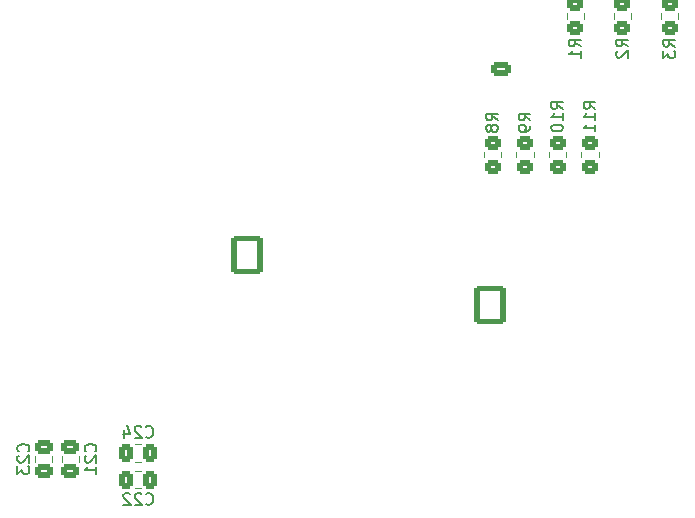
<source format=gbo>
%TF.GenerationSoftware,KiCad,Pcbnew,8.0.0*%
%TF.CreationDate,2024-03-16T12:32:22-04:00*%
%TF.ProjectId,AMP_PCBv3,414d505f-5043-4427-9633-2e6b69636164,A*%
%TF.SameCoordinates,Original*%
%TF.FileFunction,Legend,Bot*%
%TF.FilePolarity,Positive*%
%FSLAX46Y46*%
G04 Gerber Fmt 4.6, Leading zero omitted, Abs format (unit mm)*
G04 Created by KiCad (PCBNEW 8.0.0) date 2024-03-16 12:32:22*
%MOMM*%
%LPD*%
G01*
G04 APERTURE LIST*
G04 Aperture macros list*
%AMRoundRect*
0 Rectangle with rounded corners*
0 $1 Rounding radius*
0 $2 $3 $4 $5 $6 $7 $8 $9 X,Y pos of 4 corners*
0 Add a 4 corners polygon primitive as box body*
4,1,4,$2,$3,$4,$5,$6,$7,$8,$9,$2,$3,0*
0 Add four circle primitives for the rounded corners*
1,1,$1+$1,$2,$3*
1,1,$1+$1,$4,$5*
1,1,$1+$1,$6,$7*
1,1,$1+$1,$8,$9*
0 Add four rect primitives between the rounded corners*
20,1,$1+$1,$2,$3,$4,$5,0*
20,1,$1+$1,$4,$5,$6,$7,0*
20,1,$1+$1,$6,$7,$8,$9,0*
20,1,$1+$1,$8,$9,$2,$3,0*%
G04 Aperture macros list end*
%ADD10C,0.150000*%
%ADD11C,0.120000*%
%ADD12R,1.050000X1.050000*%
%ADD13C,1.050000*%
%ADD14C,2.500000*%
%ADD15RoundRect,0.250001X1.099999X1.399999X-1.099999X1.399999X-1.099999X-1.399999X1.099999X-1.399999X0*%
%ADD16O,2.700000X3.300000*%
%ADD17RoundRect,0.250000X-0.350000X-0.625000X0.350000X-0.625000X0.350000X0.625000X-0.350000X0.625000X0*%
%ADD18O,1.200000X1.750000*%
%ADD19R,1.700000X1.700000*%
%ADD20O,1.700000X1.700000*%
%ADD21RoundRect,0.250000X0.845000X-0.620000X0.845000X0.620000X-0.845000X0.620000X-0.845000X-0.620000X0*%
%ADD22O,2.190000X1.740000*%
%ADD23C,2.050000*%
%ADD24C,2.250000*%
%ADD25RoundRect,0.250000X0.625000X-0.350000X0.625000X0.350000X-0.625000X0.350000X-0.625000X-0.350000X0*%
%ADD26O,1.750000X1.200000*%
%ADD27RoundRect,0.250000X0.620000X0.845000X-0.620000X0.845000X-0.620000X-0.845000X0.620000X-0.845000X0*%
%ADD28O,1.740000X2.190000*%
%ADD29RoundRect,0.250001X1.399999X-1.099999X1.399999X1.099999X-1.399999X1.099999X-1.399999X-1.099999X0*%
%ADD30O,3.300000X2.700000*%
%ADD31RoundRect,0.250000X0.475000X-0.337500X0.475000X0.337500X-0.475000X0.337500X-0.475000X-0.337500X0*%
%ADD32RoundRect,0.250000X-0.337500X-0.475000X0.337500X-0.475000X0.337500X0.475000X-0.337500X0.475000X0*%
%ADD33RoundRect,0.250000X0.450000X-0.350000X0.450000X0.350000X-0.450000X0.350000X-0.450000X-0.350000X0*%
%ADD34RoundRect,0.250000X-0.450000X0.350000X-0.450000X-0.350000X0.450000X-0.350000X0.450000X0.350000X0*%
%ADD35RoundRect,0.250000X-0.475000X0.337500X-0.475000X-0.337500X0.475000X-0.337500X0.475000X0.337500X0*%
G04 APERTURE END LIST*
D10*
X127359580Y-107607142D02*
X127407200Y-107559523D01*
X127407200Y-107559523D02*
X127454819Y-107416666D01*
X127454819Y-107416666D02*
X127454819Y-107321428D01*
X127454819Y-107321428D02*
X127407200Y-107178571D01*
X127407200Y-107178571D02*
X127311961Y-107083333D01*
X127311961Y-107083333D02*
X127216723Y-107035714D01*
X127216723Y-107035714D02*
X127026247Y-106988095D01*
X127026247Y-106988095D02*
X126883390Y-106988095D01*
X126883390Y-106988095D02*
X126692914Y-107035714D01*
X126692914Y-107035714D02*
X126597676Y-107083333D01*
X126597676Y-107083333D02*
X126502438Y-107178571D01*
X126502438Y-107178571D02*
X126454819Y-107321428D01*
X126454819Y-107321428D02*
X126454819Y-107416666D01*
X126454819Y-107416666D02*
X126502438Y-107559523D01*
X126502438Y-107559523D02*
X126550057Y-107607142D01*
X126550057Y-107988095D02*
X126502438Y-108035714D01*
X126502438Y-108035714D02*
X126454819Y-108130952D01*
X126454819Y-108130952D02*
X126454819Y-108369047D01*
X126454819Y-108369047D02*
X126502438Y-108464285D01*
X126502438Y-108464285D02*
X126550057Y-108511904D01*
X126550057Y-108511904D02*
X126645295Y-108559523D01*
X126645295Y-108559523D02*
X126740533Y-108559523D01*
X126740533Y-108559523D02*
X126883390Y-108511904D01*
X126883390Y-108511904D02*
X127454819Y-107940476D01*
X127454819Y-107940476D02*
X127454819Y-108559523D01*
X127454819Y-109511904D02*
X127454819Y-108940476D01*
X127454819Y-109226190D02*
X126454819Y-109226190D01*
X126454819Y-109226190D02*
X126597676Y-109130952D01*
X126597676Y-109130952D02*
X126692914Y-109035714D01*
X126692914Y-109035714D02*
X126740533Y-108940476D01*
X131642857Y-112039580D02*
X131690476Y-112087200D01*
X131690476Y-112087200D02*
X131833333Y-112134819D01*
X131833333Y-112134819D02*
X131928571Y-112134819D01*
X131928571Y-112134819D02*
X132071428Y-112087200D01*
X132071428Y-112087200D02*
X132166666Y-111991961D01*
X132166666Y-111991961D02*
X132214285Y-111896723D01*
X132214285Y-111896723D02*
X132261904Y-111706247D01*
X132261904Y-111706247D02*
X132261904Y-111563390D01*
X132261904Y-111563390D02*
X132214285Y-111372914D01*
X132214285Y-111372914D02*
X132166666Y-111277676D01*
X132166666Y-111277676D02*
X132071428Y-111182438D01*
X132071428Y-111182438D02*
X131928571Y-111134819D01*
X131928571Y-111134819D02*
X131833333Y-111134819D01*
X131833333Y-111134819D02*
X131690476Y-111182438D01*
X131690476Y-111182438D02*
X131642857Y-111230057D01*
X131261904Y-111230057D02*
X131214285Y-111182438D01*
X131214285Y-111182438D02*
X131119047Y-111134819D01*
X131119047Y-111134819D02*
X130880952Y-111134819D01*
X130880952Y-111134819D02*
X130785714Y-111182438D01*
X130785714Y-111182438D02*
X130738095Y-111230057D01*
X130738095Y-111230057D02*
X130690476Y-111325295D01*
X130690476Y-111325295D02*
X130690476Y-111420533D01*
X130690476Y-111420533D02*
X130738095Y-111563390D01*
X130738095Y-111563390D02*
X131309523Y-112134819D01*
X131309523Y-112134819D02*
X130690476Y-112134819D01*
X130309523Y-111230057D02*
X130261904Y-111182438D01*
X130261904Y-111182438D02*
X130166666Y-111134819D01*
X130166666Y-111134819D02*
X129928571Y-111134819D01*
X129928571Y-111134819D02*
X129833333Y-111182438D01*
X129833333Y-111182438D02*
X129785714Y-111230057D01*
X129785714Y-111230057D02*
X129738095Y-111325295D01*
X129738095Y-111325295D02*
X129738095Y-111420533D01*
X129738095Y-111420533D02*
X129785714Y-111563390D01*
X129785714Y-111563390D02*
X130357142Y-112134819D01*
X130357142Y-112134819D02*
X129738095Y-112134819D01*
X164204819Y-79583333D02*
X163728628Y-79250000D01*
X164204819Y-79011905D02*
X163204819Y-79011905D01*
X163204819Y-79011905D02*
X163204819Y-79392857D01*
X163204819Y-79392857D02*
X163252438Y-79488095D01*
X163252438Y-79488095D02*
X163300057Y-79535714D01*
X163300057Y-79535714D02*
X163395295Y-79583333D01*
X163395295Y-79583333D02*
X163538152Y-79583333D01*
X163538152Y-79583333D02*
X163633390Y-79535714D01*
X163633390Y-79535714D02*
X163681009Y-79488095D01*
X163681009Y-79488095D02*
X163728628Y-79392857D01*
X163728628Y-79392857D02*
X163728628Y-79011905D01*
X164204819Y-80059524D02*
X164204819Y-80250000D01*
X164204819Y-80250000D02*
X164157200Y-80345238D01*
X164157200Y-80345238D02*
X164109580Y-80392857D01*
X164109580Y-80392857D02*
X163966723Y-80488095D01*
X163966723Y-80488095D02*
X163776247Y-80535714D01*
X163776247Y-80535714D02*
X163395295Y-80535714D01*
X163395295Y-80535714D02*
X163300057Y-80488095D01*
X163300057Y-80488095D02*
X163252438Y-80440476D01*
X163252438Y-80440476D02*
X163204819Y-80345238D01*
X163204819Y-80345238D02*
X163204819Y-80154762D01*
X163204819Y-80154762D02*
X163252438Y-80059524D01*
X163252438Y-80059524D02*
X163300057Y-80011905D01*
X163300057Y-80011905D02*
X163395295Y-79964286D01*
X163395295Y-79964286D02*
X163633390Y-79964286D01*
X163633390Y-79964286D02*
X163728628Y-80011905D01*
X163728628Y-80011905D02*
X163776247Y-80059524D01*
X163776247Y-80059524D02*
X163823866Y-80154762D01*
X163823866Y-80154762D02*
X163823866Y-80345238D01*
X163823866Y-80345238D02*
X163776247Y-80440476D01*
X163776247Y-80440476D02*
X163728628Y-80488095D01*
X163728628Y-80488095D02*
X163633390Y-80535714D01*
X172454819Y-73333333D02*
X171978628Y-73000000D01*
X172454819Y-72761905D02*
X171454819Y-72761905D01*
X171454819Y-72761905D02*
X171454819Y-73142857D01*
X171454819Y-73142857D02*
X171502438Y-73238095D01*
X171502438Y-73238095D02*
X171550057Y-73285714D01*
X171550057Y-73285714D02*
X171645295Y-73333333D01*
X171645295Y-73333333D02*
X171788152Y-73333333D01*
X171788152Y-73333333D02*
X171883390Y-73285714D01*
X171883390Y-73285714D02*
X171931009Y-73238095D01*
X171931009Y-73238095D02*
X171978628Y-73142857D01*
X171978628Y-73142857D02*
X171978628Y-72761905D01*
X171550057Y-73714286D02*
X171502438Y-73761905D01*
X171502438Y-73761905D02*
X171454819Y-73857143D01*
X171454819Y-73857143D02*
X171454819Y-74095238D01*
X171454819Y-74095238D02*
X171502438Y-74190476D01*
X171502438Y-74190476D02*
X171550057Y-74238095D01*
X171550057Y-74238095D02*
X171645295Y-74285714D01*
X171645295Y-74285714D02*
X171740533Y-74285714D01*
X171740533Y-74285714D02*
X171883390Y-74238095D01*
X171883390Y-74238095D02*
X172454819Y-73666667D01*
X172454819Y-73666667D02*
X172454819Y-74285714D01*
X166954819Y-78607142D02*
X166478628Y-78273809D01*
X166954819Y-78035714D02*
X165954819Y-78035714D01*
X165954819Y-78035714D02*
X165954819Y-78416666D01*
X165954819Y-78416666D02*
X166002438Y-78511904D01*
X166002438Y-78511904D02*
X166050057Y-78559523D01*
X166050057Y-78559523D02*
X166145295Y-78607142D01*
X166145295Y-78607142D02*
X166288152Y-78607142D01*
X166288152Y-78607142D02*
X166383390Y-78559523D01*
X166383390Y-78559523D02*
X166431009Y-78511904D01*
X166431009Y-78511904D02*
X166478628Y-78416666D01*
X166478628Y-78416666D02*
X166478628Y-78035714D01*
X166954819Y-79559523D02*
X166954819Y-78988095D01*
X166954819Y-79273809D02*
X165954819Y-79273809D01*
X165954819Y-79273809D02*
X166097676Y-79178571D01*
X166097676Y-79178571D02*
X166192914Y-79083333D01*
X166192914Y-79083333D02*
X166240533Y-78988095D01*
X165954819Y-80178571D02*
X165954819Y-80273809D01*
X165954819Y-80273809D02*
X166002438Y-80369047D01*
X166002438Y-80369047D02*
X166050057Y-80416666D01*
X166050057Y-80416666D02*
X166145295Y-80464285D01*
X166145295Y-80464285D02*
X166335771Y-80511904D01*
X166335771Y-80511904D02*
X166573866Y-80511904D01*
X166573866Y-80511904D02*
X166764342Y-80464285D01*
X166764342Y-80464285D02*
X166859580Y-80416666D01*
X166859580Y-80416666D02*
X166907200Y-80369047D01*
X166907200Y-80369047D02*
X166954819Y-80273809D01*
X166954819Y-80273809D02*
X166954819Y-80178571D01*
X166954819Y-80178571D02*
X166907200Y-80083333D01*
X166907200Y-80083333D02*
X166859580Y-80035714D01*
X166859580Y-80035714D02*
X166764342Y-79988095D01*
X166764342Y-79988095D02*
X166573866Y-79940476D01*
X166573866Y-79940476D02*
X166335771Y-79940476D01*
X166335771Y-79940476D02*
X166145295Y-79988095D01*
X166145295Y-79988095D02*
X166050057Y-80035714D01*
X166050057Y-80035714D02*
X166002438Y-80083333D01*
X166002438Y-80083333D02*
X165954819Y-80178571D01*
X169704819Y-78607142D02*
X169228628Y-78273809D01*
X169704819Y-78035714D02*
X168704819Y-78035714D01*
X168704819Y-78035714D02*
X168704819Y-78416666D01*
X168704819Y-78416666D02*
X168752438Y-78511904D01*
X168752438Y-78511904D02*
X168800057Y-78559523D01*
X168800057Y-78559523D02*
X168895295Y-78607142D01*
X168895295Y-78607142D02*
X169038152Y-78607142D01*
X169038152Y-78607142D02*
X169133390Y-78559523D01*
X169133390Y-78559523D02*
X169181009Y-78511904D01*
X169181009Y-78511904D02*
X169228628Y-78416666D01*
X169228628Y-78416666D02*
X169228628Y-78035714D01*
X169704819Y-79559523D02*
X169704819Y-78988095D01*
X169704819Y-79273809D02*
X168704819Y-79273809D01*
X168704819Y-79273809D02*
X168847676Y-79178571D01*
X168847676Y-79178571D02*
X168942914Y-79083333D01*
X168942914Y-79083333D02*
X168990533Y-78988095D01*
X169704819Y-80511904D02*
X169704819Y-79940476D01*
X169704819Y-80226190D02*
X168704819Y-80226190D01*
X168704819Y-80226190D02*
X168847676Y-80130952D01*
X168847676Y-80130952D02*
X168942914Y-80035714D01*
X168942914Y-80035714D02*
X168990533Y-79940476D01*
X168454819Y-73333333D02*
X167978628Y-73000000D01*
X168454819Y-72761905D02*
X167454819Y-72761905D01*
X167454819Y-72761905D02*
X167454819Y-73142857D01*
X167454819Y-73142857D02*
X167502438Y-73238095D01*
X167502438Y-73238095D02*
X167550057Y-73285714D01*
X167550057Y-73285714D02*
X167645295Y-73333333D01*
X167645295Y-73333333D02*
X167788152Y-73333333D01*
X167788152Y-73333333D02*
X167883390Y-73285714D01*
X167883390Y-73285714D02*
X167931009Y-73238095D01*
X167931009Y-73238095D02*
X167978628Y-73142857D01*
X167978628Y-73142857D02*
X167978628Y-72761905D01*
X168454819Y-74285714D02*
X168454819Y-73714286D01*
X168454819Y-74000000D02*
X167454819Y-74000000D01*
X167454819Y-74000000D02*
X167597676Y-73904762D01*
X167597676Y-73904762D02*
X167692914Y-73809524D01*
X167692914Y-73809524D02*
X167740533Y-73714286D01*
X131642857Y-106359580D02*
X131690476Y-106407200D01*
X131690476Y-106407200D02*
X131833333Y-106454819D01*
X131833333Y-106454819D02*
X131928571Y-106454819D01*
X131928571Y-106454819D02*
X132071428Y-106407200D01*
X132071428Y-106407200D02*
X132166666Y-106311961D01*
X132166666Y-106311961D02*
X132214285Y-106216723D01*
X132214285Y-106216723D02*
X132261904Y-106026247D01*
X132261904Y-106026247D02*
X132261904Y-105883390D01*
X132261904Y-105883390D02*
X132214285Y-105692914D01*
X132214285Y-105692914D02*
X132166666Y-105597676D01*
X132166666Y-105597676D02*
X132071428Y-105502438D01*
X132071428Y-105502438D02*
X131928571Y-105454819D01*
X131928571Y-105454819D02*
X131833333Y-105454819D01*
X131833333Y-105454819D02*
X131690476Y-105502438D01*
X131690476Y-105502438D02*
X131642857Y-105550057D01*
X131261904Y-105550057D02*
X131214285Y-105502438D01*
X131214285Y-105502438D02*
X131119047Y-105454819D01*
X131119047Y-105454819D02*
X130880952Y-105454819D01*
X130880952Y-105454819D02*
X130785714Y-105502438D01*
X130785714Y-105502438D02*
X130738095Y-105550057D01*
X130738095Y-105550057D02*
X130690476Y-105645295D01*
X130690476Y-105645295D02*
X130690476Y-105740533D01*
X130690476Y-105740533D02*
X130738095Y-105883390D01*
X130738095Y-105883390D02*
X131309523Y-106454819D01*
X131309523Y-106454819D02*
X130690476Y-106454819D01*
X129833333Y-105788152D02*
X129833333Y-106454819D01*
X130071428Y-105407200D02*
X130309523Y-106121485D01*
X130309523Y-106121485D02*
X129690476Y-106121485D01*
X161454819Y-79583333D02*
X160978628Y-79250000D01*
X161454819Y-79011905D02*
X160454819Y-79011905D01*
X160454819Y-79011905D02*
X160454819Y-79392857D01*
X160454819Y-79392857D02*
X160502438Y-79488095D01*
X160502438Y-79488095D02*
X160550057Y-79535714D01*
X160550057Y-79535714D02*
X160645295Y-79583333D01*
X160645295Y-79583333D02*
X160788152Y-79583333D01*
X160788152Y-79583333D02*
X160883390Y-79535714D01*
X160883390Y-79535714D02*
X160931009Y-79488095D01*
X160931009Y-79488095D02*
X160978628Y-79392857D01*
X160978628Y-79392857D02*
X160978628Y-79011905D01*
X160883390Y-80154762D02*
X160835771Y-80059524D01*
X160835771Y-80059524D02*
X160788152Y-80011905D01*
X160788152Y-80011905D02*
X160692914Y-79964286D01*
X160692914Y-79964286D02*
X160645295Y-79964286D01*
X160645295Y-79964286D02*
X160550057Y-80011905D01*
X160550057Y-80011905D02*
X160502438Y-80059524D01*
X160502438Y-80059524D02*
X160454819Y-80154762D01*
X160454819Y-80154762D02*
X160454819Y-80345238D01*
X160454819Y-80345238D02*
X160502438Y-80440476D01*
X160502438Y-80440476D02*
X160550057Y-80488095D01*
X160550057Y-80488095D02*
X160645295Y-80535714D01*
X160645295Y-80535714D02*
X160692914Y-80535714D01*
X160692914Y-80535714D02*
X160788152Y-80488095D01*
X160788152Y-80488095D02*
X160835771Y-80440476D01*
X160835771Y-80440476D02*
X160883390Y-80345238D01*
X160883390Y-80345238D02*
X160883390Y-80154762D01*
X160883390Y-80154762D02*
X160931009Y-80059524D01*
X160931009Y-80059524D02*
X160978628Y-80011905D01*
X160978628Y-80011905D02*
X161073866Y-79964286D01*
X161073866Y-79964286D02*
X161264342Y-79964286D01*
X161264342Y-79964286D02*
X161359580Y-80011905D01*
X161359580Y-80011905D02*
X161407200Y-80059524D01*
X161407200Y-80059524D02*
X161454819Y-80154762D01*
X161454819Y-80154762D02*
X161454819Y-80345238D01*
X161454819Y-80345238D02*
X161407200Y-80440476D01*
X161407200Y-80440476D02*
X161359580Y-80488095D01*
X161359580Y-80488095D02*
X161264342Y-80535714D01*
X161264342Y-80535714D02*
X161073866Y-80535714D01*
X161073866Y-80535714D02*
X160978628Y-80488095D01*
X160978628Y-80488095D02*
X160931009Y-80440476D01*
X160931009Y-80440476D02*
X160883390Y-80345238D01*
X121679580Y-107607142D02*
X121727200Y-107559523D01*
X121727200Y-107559523D02*
X121774819Y-107416666D01*
X121774819Y-107416666D02*
X121774819Y-107321428D01*
X121774819Y-107321428D02*
X121727200Y-107178571D01*
X121727200Y-107178571D02*
X121631961Y-107083333D01*
X121631961Y-107083333D02*
X121536723Y-107035714D01*
X121536723Y-107035714D02*
X121346247Y-106988095D01*
X121346247Y-106988095D02*
X121203390Y-106988095D01*
X121203390Y-106988095D02*
X121012914Y-107035714D01*
X121012914Y-107035714D02*
X120917676Y-107083333D01*
X120917676Y-107083333D02*
X120822438Y-107178571D01*
X120822438Y-107178571D02*
X120774819Y-107321428D01*
X120774819Y-107321428D02*
X120774819Y-107416666D01*
X120774819Y-107416666D02*
X120822438Y-107559523D01*
X120822438Y-107559523D02*
X120870057Y-107607142D01*
X120870057Y-107988095D02*
X120822438Y-108035714D01*
X120822438Y-108035714D02*
X120774819Y-108130952D01*
X120774819Y-108130952D02*
X120774819Y-108369047D01*
X120774819Y-108369047D02*
X120822438Y-108464285D01*
X120822438Y-108464285D02*
X120870057Y-108511904D01*
X120870057Y-108511904D02*
X120965295Y-108559523D01*
X120965295Y-108559523D02*
X121060533Y-108559523D01*
X121060533Y-108559523D02*
X121203390Y-108511904D01*
X121203390Y-108511904D02*
X121774819Y-107940476D01*
X121774819Y-107940476D02*
X121774819Y-108559523D01*
X120774819Y-108892857D02*
X120774819Y-109511904D01*
X120774819Y-109511904D02*
X121155771Y-109178571D01*
X121155771Y-109178571D02*
X121155771Y-109321428D01*
X121155771Y-109321428D02*
X121203390Y-109416666D01*
X121203390Y-109416666D02*
X121251009Y-109464285D01*
X121251009Y-109464285D02*
X121346247Y-109511904D01*
X121346247Y-109511904D02*
X121584342Y-109511904D01*
X121584342Y-109511904D02*
X121679580Y-109464285D01*
X121679580Y-109464285D02*
X121727200Y-109416666D01*
X121727200Y-109416666D02*
X121774819Y-109321428D01*
X121774819Y-109321428D02*
X121774819Y-109035714D01*
X121774819Y-109035714D02*
X121727200Y-108940476D01*
X121727200Y-108940476D02*
X121679580Y-108892857D01*
X176454819Y-73344333D02*
X175978628Y-73011000D01*
X176454819Y-72772905D02*
X175454819Y-72772905D01*
X175454819Y-72772905D02*
X175454819Y-73153857D01*
X175454819Y-73153857D02*
X175502438Y-73249095D01*
X175502438Y-73249095D02*
X175550057Y-73296714D01*
X175550057Y-73296714D02*
X175645295Y-73344333D01*
X175645295Y-73344333D02*
X175788152Y-73344333D01*
X175788152Y-73344333D02*
X175883390Y-73296714D01*
X175883390Y-73296714D02*
X175931009Y-73249095D01*
X175931009Y-73249095D02*
X175978628Y-73153857D01*
X175978628Y-73153857D02*
X175978628Y-72772905D01*
X175454819Y-73677667D02*
X175454819Y-74296714D01*
X175454819Y-74296714D02*
X175835771Y-73963381D01*
X175835771Y-73963381D02*
X175835771Y-74106238D01*
X175835771Y-74106238D02*
X175883390Y-74201476D01*
X175883390Y-74201476D02*
X175931009Y-74249095D01*
X175931009Y-74249095D02*
X176026247Y-74296714D01*
X176026247Y-74296714D02*
X176264342Y-74296714D01*
X176264342Y-74296714D02*
X176359580Y-74249095D01*
X176359580Y-74249095D02*
X176407200Y-74201476D01*
X176407200Y-74201476D02*
X176454819Y-74106238D01*
X176454819Y-74106238D02*
X176454819Y-73820524D01*
X176454819Y-73820524D02*
X176407200Y-73725286D01*
X176407200Y-73725286D02*
X176359580Y-73677667D01*
D11*
%TO.C,C21*%
X124515000Y-108511252D02*
X124515000Y-107988748D01*
X125985000Y-108511252D02*
X125985000Y-107988748D01*
%TO.C,C22*%
X130738748Y-109265000D02*
X131261252Y-109265000D01*
X130738748Y-110735000D02*
X131261252Y-110735000D01*
%TO.C,R9*%
X163015000Y-82727064D02*
X163015000Y-82272936D01*
X164485000Y-82727064D02*
X164485000Y-82272936D01*
%TO.C,R2*%
X172735000Y-70522936D02*
X172735000Y-70977064D01*
X171265000Y-70522936D02*
X171265000Y-70977064D01*
%TO.C,R10*%
X165765000Y-82727064D02*
X165765000Y-82272936D01*
X167235000Y-82727064D02*
X167235000Y-82272936D01*
%TO.C,R11*%
X168515000Y-82727064D02*
X168515000Y-82272936D01*
X169985000Y-82727064D02*
X169985000Y-82272936D01*
%TO.C,R1*%
X168735000Y-70522936D02*
X168735000Y-70977064D01*
X167265000Y-70522936D02*
X167265000Y-70977064D01*
%TO.C,C24*%
X130738748Y-107015000D02*
X131261252Y-107015000D01*
X130738748Y-108485000D02*
X131261252Y-108485000D01*
%TO.C,R8*%
X160265000Y-82727064D02*
X160265000Y-82272936D01*
X161735000Y-82727064D02*
X161735000Y-82272936D01*
%TO.C,C23*%
X123735000Y-107988748D02*
X123735000Y-108511252D01*
X122265000Y-107988748D02*
X122265000Y-108511252D01*
%TO.C,R3*%
X176735000Y-70522936D02*
X176735000Y-70977064D01*
X175265000Y-70522936D02*
X175265000Y-70977064D01*
%TD*%
%LPC*%
D12*
%TO.C,J2*%
X126700000Y-118500000D03*
D13*
X125900000Y-120400000D03*
X125100000Y-118500000D03*
X124300000Y-120400000D03*
X123500000Y-118500000D03*
D14*
X129350000Y-119440000D03*
X120850000Y-119440000D03*
%TD*%
D15*
%TO.C,J1*%
X140250000Y-91000000D03*
D16*
X140250000Y-85500000D03*
%TD*%
D17*
%TO.C,J5*%
X112250000Y-70750000D03*
D18*
X114250000Y-70750000D03*
X116250000Y-70750000D03*
X118250000Y-70750000D03*
X120250000Y-70750000D03*
X122250000Y-70750000D03*
X124250000Y-70750000D03*
X126250000Y-70750000D03*
%TD*%
D15*
%TO.C,M1*%
X160750000Y-95250000D03*
D16*
X160750000Y-89750000D03*
%TD*%
D19*
%TO.C,CN10*%
X172960000Y-76280000D03*
D20*
X175500000Y-76280000D03*
X172960000Y-78820000D03*
X175500000Y-78820000D03*
X172960000Y-81360000D03*
X175500000Y-81360000D03*
X172960000Y-83900000D03*
X175500000Y-83900000D03*
X172960000Y-86440000D03*
X175500000Y-86440000D03*
X172960000Y-88980000D03*
X175500000Y-88980000D03*
X172960000Y-91520000D03*
X175500000Y-91520000D03*
X172960000Y-94060000D03*
X175500000Y-94060000D03*
X172960000Y-96600000D03*
X175500000Y-96600000D03*
X172960000Y-99140000D03*
X175500000Y-99140000D03*
X172960000Y-101680000D03*
X175500000Y-101680000D03*
X172960000Y-104220000D03*
X175500000Y-104220000D03*
X172960000Y-106760000D03*
X175500000Y-106760000D03*
X172960000Y-109300000D03*
X175500000Y-109300000D03*
X172960000Y-111840000D03*
X175500000Y-111840000D03*
X172960000Y-114380000D03*
X175500000Y-114380000D03*
X172960000Y-116920000D03*
X175500000Y-116920000D03*
X172960000Y-119460000D03*
X175500000Y-119460000D03*
X172960000Y-122000000D03*
X175500000Y-122000000D03*
%TD*%
D21*
%TO.C,M2*%
X114520000Y-136290000D03*
D22*
X114520000Y-133750000D03*
X114520000Y-131210000D03*
%TD*%
D23*
%TO.C,AE1*%
X168000000Y-133500000D03*
D24*
X170540000Y-130960000D03*
X165460000Y-130960000D03*
X170540000Y-136040000D03*
X165460000Y-136040000D03*
%TD*%
D19*
%TO.C,CN7*%
X112000000Y-76280000D03*
D20*
X114540000Y-76280000D03*
X112000000Y-78820000D03*
X114540000Y-78820000D03*
X112000000Y-81360000D03*
X114540000Y-81360000D03*
X112000000Y-83900000D03*
X114540000Y-83900000D03*
X112000000Y-86440000D03*
X114540000Y-86440000D03*
X112000000Y-88980000D03*
X114540000Y-88980000D03*
X112000000Y-91520000D03*
X114540000Y-91520000D03*
X112000000Y-94060000D03*
X114540000Y-94060000D03*
X112000000Y-96600000D03*
X114540000Y-96600000D03*
X112000000Y-99140000D03*
X114540000Y-99140000D03*
X112000000Y-101680000D03*
X114540000Y-101680000D03*
X112000000Y-104220000D03*
X114540000Y-104220000D03*
X112000000Y-106760000D03*
X114540000Y-106760000D03*
X112000000Y-109300000D03*
X114540000Y-109300000D03*
X112000000Y-111840000D03*
X114540000Y-111840000D03*
X112000000Y-114380000D03*
X114540000Y-114380000D03*
X112000000Y-116920000D03*
X114540000Y-116920000D03*
X112000000Y-119460000D03*
X114540000Y-119460000D03*
X112000000Y-122000000D03*
X114540000Y-122000000D03*
%TD*%
D21*
%TO.C,M4*%
X131520000Y-136290000D03*
D22*
X131520000Y-133750000D03*
X131520000Y-131210000D03*
%TD*%
D25*
%TO.C,J4*%
X161750000Y-75250000D03*
D26*
X161750000Y-73250000D03*
X161750000Y-71250000D03*
%TD*%
D21*
%TO.C,M5*%
X140040000Y-136290000D03*
D22*
X140040000Y-133750000D03*
X140040000Y-131210000D03*
%TD*%
D21*
%TO.C,M3*%
X123040000Y-136290000D03*
D22*
X123040000Y-133750000D03*
X123040000Y-131210000D03*
%TD*%
D27*
%TO.C,J3*%
X156790000Y-133500000D03*
D28*
X154250000Y-133500000D03*
X151710000Y-133500000D03*
%TD*%
D29*
%TO.C,J6*%
X140250000Y-120050000D03*
D30*
X140250000Y-115850000D03*
X140250000Y-111650000D03*
X140250000Y-107450000D03*
X145750000Y-120050000D03*
X145750000Y-115850000D03*
X145750000Y-111650000D03*
X145750000Y-107450000D03*
%TD*%
D31*
%TO.C,C21*%
X125250000Y-109287500D03*
X125250000Y-107212500D03*
%TD*%
D32*
%TO.C,C22*%
X129962500Y-110000000D03*
X132037500Y-110000000D03*
%TD*%
D33*
%TO.C,R9*%
X163750000Y-83500000D03*
X163750000Y-81500000D03*
%TD*%
D34*
%TO.C,R2*%
X172000000Y-69750000D03*
X172000000Y-71750000D03*
%TD*%
D33*
%TO.C,R10*%
X166500000Y-83500000D03*
X166500000Y-81500000D03*
%TD*%
%TO.C,R11*%
X169250000Y-83500000D03*
X169250000Y-81500000D03*
%TD*%
D34*
%TO.C,R1*%
X168000000Y-69750000D03*
X168000000Y-71750000D03*
%TD*%
D32*
%TO.C,C24*%
X129962500Y-107750000D03*
X132037500Y-107750000D03*
%TD*%
D33*
%TO.C,R8*%
X161000000Y-83500000D03*
X161000000Y-81500000D03*
%TD*%
D35*
%TO.C,C23*%
X123000000Y-107212500D03*
X123000000Y-109287500D03*
%TD*%
D34*
%TO.C,R3*%
X176000000Y-69750000D03*
X176000000Y-71750000D03*
%TD*%
%LPD*%
M02*

</source>
